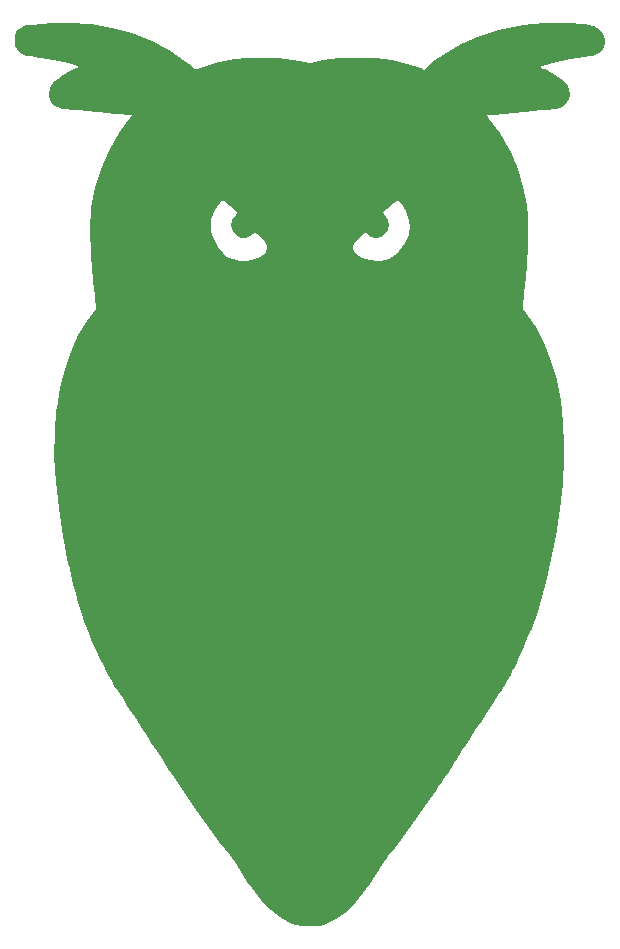
<source format=gtl>
G04 #@! TF.GenerationSoftware,KiCad,Pcbnew,(6.0.10)*
G04 #@! TF.CreationDate,2023-01-13T20:49:35+01:00*
G04 #@! TF.ProjectId,Eule,45756c65-2e6b-4696-9361-645f70636258,rev?*
G04 #@! TF.SameCoordinates,Original*
G04 #@! TF.FileFunction,Copper,L1,Top*
G04 #@! TF.FilePolarity,Positive*
%FSLAX46Y46*%
G04 Gerber Fmt 4.6, Leading zero omitted, Abs format (unit mm)*
G04 Created by KiCad (PCBNEW (6.0.10)) date 2023-01-13 20:49:35*
%MOMM*%
%LPD*%
G01*
G04 APERTURE LIST*
G04 APERTURE END LIST*
G36*
X37230000Y-46129000D02*
G01*
X37273000Y-45625000D01*
X37292000Y-45449000D01*
X37584000Y-43761000D01*
X38066000Y-42133000D01*
X38735000Y-40572000D01*
X39588000Y-39085000D01*
X40183000Y-38238000D01*
X40380000Y-37978000D01*
X40548000Y-37764000D01*
X40584000Y-37720000D01*
X40682000Y-37582000D01*
X40685000Y-37551000D01*
X40581000Y-37541000D01*
X40303000Y-37516000D01*
X39875000Y-37477000D01*
X39324000Y-37427000D01*
X38673000Y-37368000D01*
X37947000Y-37303000D01*
X37728000Y-37283000D01*
X36962000Y-37213000D01*
X36264000Y-37148000D01*
X35658000Y-37090000D01*
X35169000Y-37042000D01*
X34824000Y-37005000D01*
X34648000Y-36983000D01*
X34636000Y-36980000D01*
X34220000Y-36785000D01*
X33894000Y-36449000D01*
X33701000Y-36024000D01*
X33665000Y-35743000D01*
X33759000Y-35247000D01*
X34040000Y-34817000D01*
X34075000Y-34781000D01*
X34424000Y-34490000D01*
X34911000Y-34162000D01*
X35487000Y-33831000D01*
X35821000Y-33659000D01*
X36240000Y-33453000D01*
X36071000Y-33388000D01*
X35396000Y-33168000D01*
X34546000Y-32961000D01*
X33545000Y-32772000D01*
X32420000Y-32606000D01*
X32240000Y-32583000D01*
X31768000Y-32504000D01*
X31438000Y-32393000D01*
X31193000Y-32230000D01*
X31165000Y-32205000D01*
X30954000Y-31919000D01*
X30851000Y-31677000D01*
X30807000Y-31411000D01*
X30796000Y-31077000D01*
X30813000Y-30870000D01*
X30940000Y-30494000D01*
X31096000Y-30298000D01*
X31288000Y-30133000D01*
X31505000Y-30022000D01*
X31805000Y-29947000D01*
X32247000Y-29884000D01*
X32248000Y-29884000D01*
X33960000Y-29741000D01*
X35587000Y-29731000D01*
X37194000Y-29853000D01*
X37253000Y-29860000D01*
X39046000Y-30164000D01*
X40758000Y-30639000D01*
X42376000Y-31278000D01*
X43888000Y-32077000D01*
X45282000Y-33031000D01*
X45778000Y-33433000D01*
X45972000Y-33591000D01*
X46089000Y-33673000D01*
X46100000Y-33677000D01*
X46201000Y-33644000D01*
X46438000Y-33565000D01*
X46719000Y-33470000D01*
X48050000Y-33087000D01*
X49448000Y-32826000D01*
X50415000Y-32716000D01*
X50804000Y-32694000D01*
X51322000Y-32684000D01*
X51899000Y-32684000D01*
X52464000Y-32694000D01*
X52946000Y-32714000D01*
X53140000Y-32728000D01*
X54873000Y-32960000D01*
X55369000Y-33055000D01*
X55770000Y-33137000D01*
X56249000Y-33040000D01*
X56928000Y-32913000D01*
X57568000Y-32817000D01*
X58274000Y-32737000D01*
X58503000Y-32715000D01*
X58853000Y-32695000D01*
X59337000Y-32684000D01*
X59890000Y-32682000D01*
X60446000Y-32688000D01*
X60940000Y-32703000D01*
X61307000Y-32725000D01*
X61340000Y-32728000D01*
X62706000Y-32921000D01*
X63978000Y-33215000D01*
X65168000Y-33602000D01*
X65409000Y-33691000D01*
X65593000Y-33527000D01*
X66393000Y-32883000D01*
X67314000Y-32254000D01*
X68281000Y-31690000D01*
X68590000Y-31531000D01*
X70172000Y-30841000D01*
X71807000Y-30319000D01*
X72144000Y-30234000D01*
X73833000Y-29917000D01*
X75593000Y-29750000D01*
X77354000Y-29740000D01*
X77489000Y-29746000D01*
X78023000Y-29777000D01*
X78568000Y-29821000D01*
X79075000Y-29870000D01*
X79497000Y-29922000D01*
X79786000Y-29970000D01*
X79853000Y-29987000D01*
X80288000Y-30220000D01*
X80599000Y-30607000D01*
X80621000Y-30650000D01*
X80778000Y-31132000D01*
X80755000Y-31536000D01*
X80571000Y-31924000D01*
X80271000Y-32255000D01*
X80064000Y-32390000D01*
X79904000Y-32459000D01*
X79715000Y-32511000D01*
X79442000Y-32560000D01*
X79030000Y-32618000D01*
X79003000Y-32621000D01*
X77769000Y-32806000D01*
X76717000Y-33013000D01*
X76042000Y-33186000D01*
X75738000Y-33279000D01*
X75470000Y-33370000D01*
X75298000Y-33438000D01*
X75265000Y-33459000D01*
X75345000Y-33505000D01*
X75548000Y-33609000D01*
X75662000Y-33666000D01*
X76248000Y-33979000D01*
X76773000Y-34300000D01*
X77198000Y-34602000D01*
X77484000Y-34861000D01*
X77518000Y-34902000D01*
X77753000Y-35347000D01*
X77809000Y-35833000D01*
X77741000Y-36158000D01*
X77499000Y-36571000D01*
X77126000Y-36875000D01*
X76856000Y-36985000D01*
X76728000Y-37003000D01*
X76424000Y-37035000D01*
X75968000Y-37081000D01*
X75384000Y-37137000D01*
X74694000Y-37202000D01*
X73924000Y-37274000D01*
X73096000Y-37349000D01*
X72234000Y-37427000D01*
X71361000Y-37505000D01*
X71107000Y-37527000D01*
X70761000Y-37558000D01*
X70986000Y-37839000D01*
X71899000Y-39101000D01*
X72670000Y-40442000D01*
X72778000Y-40658000D01*
X73406000Y-42124000D01*
X73859000Y-43624000D01*
X74148000Y-45196000D01*
X74242000Y-46133000D01*
X74256000Y-46418000D01*
X74266000Y-46829000D01*
X74270000Y-47292000D01*
X74270000Y-47445000D01*
X74267000Y-47861000D01*
X74258000Y-48268000D01*
X74241000Y-48695000D01*
X74215000Y-49169000D01*
X74177000Y-49719000D01*
X74125000Y-50373000D01*
X74058000Y-51158000D01*
X73975000Y-52103000D01*
X73937000Y-52521000D01*
X73807000Y-53960000D01*
X74075000Y-54296000D01*
X74908000Y-55492000D01*
X75623000Y-56840000D01*
X76218000Y-58328000D01*
X76689000Y-59945000D01*
X77035000Y-61678000D01*
X77250000Y-63516000D01*
X77333000Y-65447000D01*
X77319000Y-66590000D01*
X77196000Y-68752000D01*
X76961000Y-70933000D01*
X76607000Y-73178000D01*
X76129000Y-75530000D01*
X76125000Y-75545000D01*
X75914000Y-76444000D01*
X75670000Y-77405000D01*
X75409000Y-78374000D01*
X75146000Y-79297000D01*
X74896000Y-80122000D01*
X74711000Y-80683000D01*
X74579000Y-81030000D01*
X74376000Y-81517000D01*
X74121000Y-82105000D01*
X73831000Y-82755000D01*
X73522000Y-83426000D01*
X73214000Y-84080000D01*
X73134000Y-84245000D01*
X73016000Y-84487000D01*
X72901000Y-84713000D01*
X72781000Y-84941000D01*
X72643000Y-85186000D01*
X72478000Y-85465000D01*
X72275000Y-85797000D01*
X72024000Y-86197000D01*
X71714000Y-86682000D01*
X71335000Y-87270000D01*
X70876000Y-87978000D01*
X70327000Y-88821000D01*
X69790000Y-89645000D01*
X69327000Y-90356000D01*
X68962000Y-90916000D01*
X68684000Y-91344000D01*
X68483000Y-91657000D01*
X68346000Y-91871000D01*
X68263000Y-92004000D01*
X68224000Y-92074000D01*
X68215000Y-92096000D01*
X68162000Y-92184000D01*
X68018000Y-92406000D01*
X67804000Y-92730000D01*
X67540000Y-93126000D01*
X67248000Y-93562000D01*
X66948000Y-94006000D01*
X66662000Y-94428000D01*
X66419000Y-94783000D01*
X65551000Y-96034000D01*
X64769000Y-97143000D01*
X64077000Y-98104000D01*
X63479000Y-98911000D01*
X62980000Y-99559000D01*
X62678000Y-99930000D01*
X62504000Y-100138000D01*
X62388000Y-100277000D01*
X62375000Y-100293000D01*
X62298000Y-100410000D01*
X62158000Y-100639000D01*
X62064000Y-100795000D01*
X61474000Y-101755000D01*
X60880000Y-102647000D01*
X60313000Y-103427000D01*
X59969000Y-103858000D01*
X59696000Y-104159000D01*
X59346000Y-104513000D01*
X58992000Y-104850000D01*
X58728000Y-105079000D01*
X57967000Y-105615000D01*
X57503000Y-105870000D01*
X56980000Y-106095000D01*
X56552000Y-106207000D01*
X56456000Y-106220000D01*
X56135000Y-106237000D01*
X55707000Y-106239000D01*
X55267000Y-106226000D01*
X55134000Y-106218000D01*
X54716000Y-106156000D01*
X54286000Y-106009000D01*
X54135000Y-105943000D01*
X53284000Y-105466000D01*
X52458000Y-104823000D01*
X51649000Y-104004000D01*
X50847000Y-102999000D01*
X50484000Y-102483000D01*
X49832000Y-101481000D01*
X49412000Y-100789000D01*
X49193000Y-100441000D01*
X49007000Y-100187000D01*
X48994000Y-100173000D01*
X48596000Y-99695000D01*
X48099000Y-99055000D01*
X47503000Y-98253000D01*
X46806000Y-97285000D01*
X46007000Y-96150000D01*
X45105000Y-94848000D01*
X44914000Y-94570000D01*
X44619000Y-94134000D01*
X44239000Y-93566000D01*
X43799000Y-92901000D01*
X43322000Y-92175000D01*
X42832000Y-91425000D01*
X42352000Y-90687000D01*
X42249000Y-90528000D01*
X41886000Y-89966000D01*
X41496000Y-89362000D01*
X41120000Y-88782000D01*
X40802000Y-88290000D01*
X40748000Y-88208000D01*
X40323000Y-87549000D01*
X39918000Y-86918000D01*
X39550000Y-86342000D01*
X39237000Y-85847000D01*
X38996000Y-85461000D01*
X38844000Y-85210000D01*
X38829000Y-85184000D01*
X38606000Y-84770000D01*
X38328000Y-84213000D01*
X38017000Y-83558000D01*
X37690000Y-82847000D01*
X37369000Y-82123000D01*
X37072000Y-81432000D01*
X36820000Y-80815000D01*
X36740000Y-80606000D01*
X36584000Y-80157000D01*
X36395000Y-79554000D01*
X36186000Y-78836000D01*
X35967000Y-78044000D01*
X35749000Y-77219000D01*
X35544000Y-76402000D01*
X35363000Y-75633000D01*
X35343000Y-75545000D01*
X34861000Y-73150000D01*
X34502000Y-70824000D01*
X34266000Y-68583000D01*
X34156000Y-66444000D01*
X34172000Y-64423000D01*
X34316000Y-62536000D01*
X34342000Y-62320000D01*
X34619000Y-60647000D01*
X35021000Y-59056000D01*
X35539000Y-57567000D01*
X36166000Y-56202000D01*
X36893000Y-54982000D01*
X37388000Y-54311000D01*
X37666000Y-53965000D01*
X37566000Y-52861000D01*
X37450000Y-51554000D01*
X37357000Y-50423000D01*
X37286000Y-49447000D01*
X37236000Y-48605000D01*
X37206000Y-47873000D01*
X37196000Y-47232000D01*
X37202000Y-46780000D01*
X47394000Y-46780000D01*
X47401000Y-47196000D01*
X47428000Y-47434000D01*
X47625000Y-48074000D01*
X47973000Y-48709000D01*
X48414000Y-49247000D01*
X48799000Y-49552000D01*
X49270000Y-49755000D01*
X49878000Y-49881000D01*
X50112000Y-49887000D01*
X50434000Y-49868000D01*
X50734000Y-49832000D01*
X50801000Y-49819000D01*
X51422000Y-49615000D01*
X51778000Y-49407000D01*
X52070000Y-49142000D01*
X52184000Y-48872000D01*
X52179500Y-48833000D01*
X59445000Y-48833000D01*
X59504000Y-49074000D01*
X59681000Y-49280000D01*
X59711000Y-49306000D01*
X60237000Y-49630000D01*
X60870000Y-49830000D01*
X61547000Y-49889000D01*
X61816000Y-49869000D01*
X62476000Y-49715000D01*
X63007000Y-49424000D01*
X63354000Y-49091000D01*
X63848000Y-48380000D01*
X64142000Y-47664000D01*
X64237000Y-46942000D01*
X64132000Y-46217000D01*
X63928000Y-45683000D01*
X63660000Y-45222000D01*
X63358000Y-44850000D01*
X63357000Y-44849000D01*
X63222000Y-44716000D01*
X62900000Y-44973000D01*
X62577000Y-45233000D01*
X62290000Y-45469000D01*
X62082000Y-45646000D01*
X61995000Y-45727000D01*
X61988000Y-45784000D01*
X62070000Y-45909000D01*
X62096000Y-45943000D01*
X62385000Y-46435000D01*
X62482000Y-46894000D01*
X62387000Y-47314000D01*
X62146000Y-47642000D01*
X61772000Y-47903000D01*
X61384000Y-47966000D01*
X60980000Y-47830000D01*
X60637000Y-47575000D01*
X60496000Y-47446000D01*
X60299000Y-47601000D01*
X59843000Y-48017000D01*
X59554000Y-48412000D01*
X59445000Y-48768000D01*
X59445000Y-48833000D01*
X52179500Y-48833000D01*
X52172000Y-48768000D01*
X52153000Y-48604000D01*
X51990000Y-48292000D01*
X51693000Y-47935000D01*
X51331000Y-47606000D01*
X51134000Y-47449000D01*
X50933000Y-47620000D01*
X50713000Y-47785000D01*
X50568000Y-47874000D01*
X50411000Y-47940000D01*
X50242000Y-47957000D01*
X50178000Y-47957000D01*
X49976000Y-47947000D01*
X49830000Y-47897000D01*
X49806000Y-47885000D01*
X49516000Y-47678000D01*
X49277000Y-47400000D01*
X49236000Y-47327000D01*
X49140000Y-46914000D01*
X49229000Y-46458000D01*
X49498000Y-45982000D01*
X49516000Y-45959000D01*
X49614000Y-45810000D01*
X49631000Y-45758000D01*
X49545000Y-45666000D01*
X49335000Y-45479000D01*
X49034000Y-45226000D01*
X48769000Y-45010000D01*
X48537000Y-44826000D01*
X48404000Y-44756000D01*
X48306000Y-44792000D01*
X48183000Y-44930000D01*
X48165000Y-44952000D01*
X47717000Y-45620000D01*
X47448000Y-46342000D01*
X47429000Y-46425000D01*
X47394000Y-46780000D01*
X37202000Y-46780000D01*
X37204000Y-46657000D01*
X37230000Y-46129000D01*
G37*
M02*

</source>
